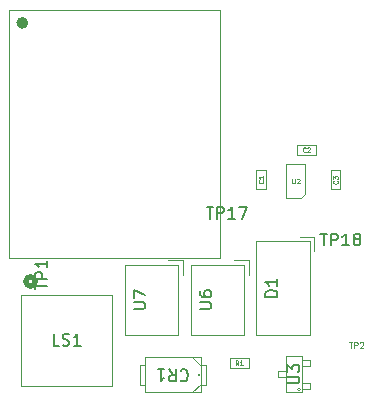
<source format=gbr>
%TF.GenerationSoftware,KiCad,Pcbnew,8.0.6*%
%TF.CreationDate,2024-11-21T01:25:50-08:00*%
%TF.ProjectId,LED20,4c454432-302e-46b6-9963-61645f706362,2*%
%TF.SameCoordinates,Original*%
%TF.FileFunction,AssemblyDrawing,Top*%
%FSLAX46Y46*%
G04 Gerber Fmt 4.6, Leading zero omitted, Abs format (unit mm)*
G04 Created by KiCad (PCBNEW 8.0.6) date 2024-11-21 01:25:50*
%MOMM*%
%LPD*%
G01*
G04 APERTURE LIST*
%ADD10C,0.125000*%
%ADD11C,0.060000*%
%ADD12C,0.150000*%
%ADD13C,0.100000*%
%ADD14C,0.025400*%
%ADD15C,0.504000*%
%ADD16C,0.508000*%
G04 APERTURE END LIST*
D10*
X161770504Y-93183362D02*
X162056218Y-93183362D01*
X161913361Y-93683362D02*
X161913361Y-93183362D01*
X162222884Y-93683362D02*
X162222884Y-93183362D01*
X162222884Y-93183362D02*
X162413360Y-93183362D01*
X162413360Y-93183362D02*
X162460979Y-93207172D01*
X162460979Y-93207172D02*
X162484789Y-93230981D01*
X162484789Y-93230981D02*
X162508598Y-93278600D01*
X162508598Y-93278600D02*
X162508598Y-93350029D01*
X162508598Y-93350029D02*
X162484789Y-93397648D01*
X162484789Y-93397648D02*
X162460979Y-93421457D01*
X162460979Y-93421457D02*
X162413360Y-93445267D01*
X162413360Y-93445267D02*
X162222884Y-93445267D01*
X162699075Y-93230981D02*
X162722884Y-93207172D01*
X162722884Y-93207172D02*
X162770503Y-93183362D01*
X162770503Y-93183362D02*
X162889551Y-93183362D01*
X162889551Y-93183362D02*
X162937170Y-93207172D01*
X162937170Y-93207172D02*
X162960979Y-93230981D01*
X162960979Y-93230981D02*
X162984789Y-93278600D01*
X162984789Y-93278600D02*
X162984789Y-93326219D01*
X162984789Y-93326219D02*
X162960979Y-93397648D01*
X162960979Y-93397648D02*
X162675265Y-93683362D01*
X162675265Y-93683362D02*
X162984789Y-93683362D01*
D11*
X156963999Y-79346087D02*
X156963999Y-79669897D01*
X156963999Y-79669897D02*
X156983046Y-79707992D01*
X156983046Y-79707992D02*
X157002094Y-79727040D01*
X157002094Y-79727040D02*
X157040189Y-79746087D01*
X157040189Y-79746087D02*
X157116380Y-79746087D01*
X157116380Y-79746087D02*
X157154475Y-79727040D01*
X157154475Y-79727040D02*
X157173522Y-79707992D01*
X157173522Y-79707992D02*
X157192570Y-79669897D01*
X157192570Y-79669897D02*
X157192570Y-79346087D01*
X157363999Y-79384182D02*
X157383047Y-79365135D01*
X157383047Y-79365135D02*
X157421142Y-79346087D01*
X157421142Y-79346087D02*
X157516380Y-79346087D01*
X157516380Y-79346087D02*
X157554475Y-79365135D01*
X157554475Y-79365135D02*
X157573523Y-79384182D01*
X157573523Y-79384182D02*
X157592570Y-79422278D01*
X157592570Y-79422278D02*
X157592570Y-79460373D01*
X157592570Y-79460373D02*
X157573523Y-79517516D01*
X157573523Y-79517516D02*
X157344951Y-79746087D01*
X157344951Y-79746087D02*
X157592570Y-79746087D01*
D12*
X149110740Y-90370235D02*
X149920263Y-90370235D01*
X149920263Y-90370235D02*
X150015501Y-90322616D01*
X150015501Y-90322616D02*
X150063121Y-90274997D01*
X150063121Y-90274997D02*
X150110740Y-90179759D01*
X150110740Y-90179759D02*
X150110740Y-89989283D01*
X150110740Y-89989283D02*
X150063121Y-89894045D01*
X150063121Y-89894045D02*
X150015501Y-89846426D01*
X150015501Y-89846426D02*
X149920263Y-89798807D01*
X149920263Y-89798807D02*
X149110740Y-89798807D01*
X149110740Y-88894045D02*
X149110740Y-89084521D01*
X149110740Y-89084521D02*
X149158359Y-89179759D01*
X149158359Y-89179759D02*
X149205978Y-89227378D01*
X149205978Y-89227378D02*
X149348835Y-89322616D01*
X149348835Y-89322616D02*
X149539311Y-89370235D01*
X149539311Y-89370235D02*
X149920263Y-89370235D01*
X149920263Y-89370235D02*
X150015501Y-89322616D01*
X150015501Y-89322616D02*
X150063121Y-89274997D01*
X150063121Y-89274997D02*
X150110740Y-89179759D01*
X150110740Y-89179759D02*
X150110740Y-88989283D01*
X150110740Y-88989283D02*
X150063121Y-88894045D01*
X150063121Y-88894045D02*
X150015501Y-88846426D01*
X150015501Y-88846426D02*
X149920263Y-88798807D01*
X149920263Y-88798807D02*
X149682168Y-88798807D01*
X149682168Y-88798807D02*
X149586930Y-88846426D01*
X149586930Y-88846426D02*
X149539311Y-88894045D01*
X149539311Y-88894045D02*
X149491692Y-88989283D01*
X149491692Y-88989283D02*
X149491692Y-89179759D01*
X149491692Y-89179759D02*
X149539311Y-89274997D01*
X149539311Y-89274997D02*
X149586930Y-89322616D01*
X149586930Y-89322616D02*
X149682168Y-89370235D01*
X155688666Y-89349540D02*
X154688666Y-89349540D01*
X154688666Y-89349540D02*
X154688666Y-89111445D01*
X154688666Y-89111445D02*
X154736285Y-88968588D01*
X154736285Y-88968588D02*
X154831523Y-88873350D01*
X154831523Y-88873350D02*
X154926761Y-88825731D01*
X154926761Y-88825731D02*
X155117237Y-88778112D01*
X155117237Y-88778112D02*
X155260094Y-88778112D01*
X155260094Y-88778112D02*
X155450570Y-88825731D01*
X155450570Y-88825731D02*
X155545808Y-88873350D01*
X155545808Y-88873350D02*
X155641047Y-88968588D01*
X155641047Y-88968588D02*
X155688666Y-89111445D01*
X155688666Y-89111445D02*
X155688666Y-89349540D01*
X155688666Y-87825731D02*
X155688666Y-88397159D01*
X155688666Y-88111445D02*
X154688666Y-88111445D01*
X154688666Y-88111445D02*
X154831523Y-88206683D01*
X154831523Y-88206683D02*
X154926761Y-88301921D01*
X154926761Y-88301921D02*
X154974380Y-88397159D01*
D11*
X160781332Y-79516666D02*
X160800380Y-79535714D01*
X160800380Y-79535714D02*
X160819427Y-79592856D01*
X160819427Y-79592856D02*
X160819427Y-79630952D01*
X160819427Y-79630952D02*
X160800380Y-79688095D01*
X160800380Y-79688095D02*
X160762284Y-79726190D01*
X160762284Y-79726190D02*
X160724189Y-79745237D01*
X160724189Y-79745237D02*
X160647999Y-79764285D01*
X160647999Y-79764285D02*
X160590856Y-79764285D01*
X160590856Y-79764285D02*
X160514665Y-79745237D01*
X160514665Y-79745237D02*
X160476570Y-79726190D01*
X160476570Y-79726190D02*
X160438475Y-79688095D01*
X160438475Y-79688095D02*
X160419427Y-79630952D01*
X160419427Y-79630952D02*
X160419427Y-79592856D01*
X160419427Y-79592856D02*
X160438475Y-79535714D01*
X160438475Y-79535714D02*
X160457522Y-79516666D01*
X160419427Y-79383333D02*
X160419427Y-79135714D01*
X160419427Y-79135714D02*
X160571808Y-79269047D01*
X160571808Y-79269047D02*
X160571808Y-79211904D01*
X160571808Y-79211904D02*
X160590856Y-79173809D01*
X160590856Y-79173809D02*
X160609903Y-79154761D01*
X160609903Y-79154761D02*
X160647999Y-79135714D01*
X160647999Y-79135714D02*
X160743237Y-79135714D01*
X160743237Y-79135714D02*
X160781332Y-79154761D01*
X160781332Y-79154761D02*
X160800380Y-79173809D01*
X160800380Y-79173809D02*
X160819427Y-79211904D01*
X160819427Y-79211904D02*
X160819427Y-79326190D01*
X160819427Y-79326190D02*
X160800380Y-79364285D01*
X160800380Y-79364285D02*
X160781332Y-79383333D01*
D12*
X147513966Y-95590419D02*
X147561585Y-95542800D01*
X147561585Y-95542800D02*
X147704442Y-95495180D01*
X147704442Y-95495180D02*
X147799680Y-95495180D01*
X147799680Y-95495180D02*
X147942537Y-95542800D01*
X147942537Y-95542800D02*
X148037775Y-95638038D01*
X148037775Y-95638038D02*
X148085394Y-95733276D01*
X148085394Y-95733276D02*
X148133013Y-95923752D01*
X148133013Y-95923752D02*
X148133013Y-96066609D01*
X148133013Y-96066609D02*
X148085394Y-96257085D01*
X148085394Y-96257085D02*
X148037775Y-96352323D01*
X148037775Y-96352323D02*
X147942537Y-96447561D01*
X147942537Y-96447561D02*
X147799680Y-96495180D01*
X147799680Y-96495180D02*
X147704442Y-96495180D01*
X147704442Y-96495180D02*
X147561585Y-96447561D01*
X147561585Y-96447561D02*
X147513966Y-96399942D01*
X146513966Y-95495180D02*
X146847299Y-95971371D01*
X147085394Y-95495180D02*
X147085394Y-96495180D01*
X147085394Y-96495180D02*
X146704442Y-96495180D01*
X146704442Y-96495180D02*
X146609204Y-96447561D01*
X146609204Y-96447561D02*
X146561585Y-96399942D01*
X146561585Y-96399942D02*
X146513966Y-96304704D01*
X146513966Y-96304704D02*
X146513966Y-96161847D01*
X146513966Y-96161847D02*
X146561585Y-96066609D01*
X146561585Y-96066609D02*
X146609204Y-96018990D01*
X146609204Y-96018990D02*
X146704442Y-95971371D01*
X146704442Y-95971371D02*
X147085394Y-95971371D01*
X145561585Y-95495180D02*
X146133013Y-95495180D01*
X145847299Y-95495180D02*
X145847299Y-96495180D01*
X145847299Y-96495180D02*
X145942537Y-96352323D01*
X145942537Y-96352323D02*
X146037775Y-96257085D01*
X146037775Y-96257085D02*
X146133013Y-96209466D01*
D11*
X154476869Y-79480931D02*
X154495917Y-79499979D01*
X154495917Y-79499979D02*
X154514964Y-79557121D01*
X154514964Y-79557121D02*
X154514964Y-79595217D01*
X154514964Y-79595217D02*
X154495917Y-79652360D01*
X154495917Y-79652360D02*
X154457821Y-79690455D01*
X154457821Y-79690455D02*
X154419726Y-79709502D01*
X154419726Y-79709502D02*
X154343536Y-79728550D01*
X154343536Y-79728550D02*
X154286393Y-79728550D01*
X154286393Y-79728550D02*
X154210202Y-79709502D01*
X154210202Y-79709502D02*
X154172107Y-79690455D01*
X154172107Y-79690455D02*
X154134012Y-79652360D01*
X154134012Y-79652360D02*
X154114964Y-79595217D01*
X154114964Y-79595217D02*
X154114964Y-79557121D01*
X154114964Y-79557121D02*
X154134012Y-79499979D01*
X154134012Y-79499979D02*
X154153059Y-79480931D01*
X154514964Y-79099979D02*
X154514964Y-79328550D01*
X154514964Y-79214264D02*
X154114964Y-79214264D01*
X154114964Y-79214264D02*
X154172107Y-79252360D01*
X154172107Y-79252360D02*
X154210202Y-79290455D01*
X154210202Y-79290455D02*
X154229250Y-79328550D01*
D12*
X135223765Y-88708683D02*
X135223765Y-88137255D01*
X136223765Y-88422969D02*
X135223765Y-88422969D01*
X136223765Y-87803921D02*
X135223765Y-87803921D01*
X135223765Y-87803921D02*
X135223765Y-87422969D01*
X135223765Y-87422969D02*
X135271384Y-87327731D01*
X135271384Y-87327731D02*
X135319003Y-87280112D01*
X135319003Y-87280112D02*
X135414241Y-87232493D01*
X135414241Y-87232493D02*
X135557098Y-87232493D01*
X135557098Y-87232493D02*
X135652336Y-87280112D01*
X135652336Y-87280112D02*
X135699955Y-87327731D01*
X135699955Y-87327731D02*
X135747574Y-87422969D01*
X135747574Y-87422969D02*
X135747574Y-87803921D01*
X136223765Y-86280112D02*
X136223765Y-86851540D01*
X136223765Y-86565826D02*
X135223765Y-86565826D01*
X135223765Y-86565826D02*
X135366622Y-86661064D01*
X135366622Y-86661064D02*
X135461860Y-86756302D01*
X135461860Y-86756302D02*
X135509479Y-86851540D01*
D11*
X158087115Y-77053884D02*
X158068067Y-77072932D01*
X158068067Y-77072932D02*
X158010925Y-77091979D01*
X158010925Y-77091979D02*
X157972829Y-77091979D01*
X157972829Y-77091979D02*
X157915686Y-77072932D01*
X157915686Y-77072932D02*
X157877591Y-77034836D01*
X157877591Y-77034836D02*
X157858544Y-76996741D01*
X157858544Y-76996741D02*
X157839496Y-76920551D01*
X157839496Y-76920551D02*
X157839496Y-76863408D01*
X157839496Y-76863408D02*
X157858544Y-76787217D01*
X157858544Y-76787217D02*
X157877591Y-76749122D01*
X157877591Y-76749122D02*
X157915686Y-76711027D01*
X157915686Y-76711027D02*
X157972829Y-76691979D01*
X157972829Y-76691979D02*
X158010925Y-76691979D01*
X158010925Y-76691979D02*
X158068067Y-76711027D01*
X158068067Y-76711027D02*
X158087115Y-76730074D01*
X158239496Y-76730074D02*
X158258544Y-76711027D01*
X158258544Y-76711027D02*
X158296639Y-76691979D01*
X158296639Y-76691979D02*
X158391877Y-76691979D01*
X158391877Y-76691979D02*
X158429972Y-76711027D01*
X158429972Y-76711027D02*
X158449020Y-76730074D01*
X158449020Y-76730074D02*
X158468067Y-76768170D01*
X158468067Y-76768170D02*
X158468067Y-76806265D01*
X158468067Y-76806265D02*
X158449020Y-76863408D01*
X158449020Y-76863408D02*
X158220448Y-77091979D01*
X158220448Y-77091979D02*
X158468067Y-77091979D01*
D12*
X149704406Y-81724415D02*
X150275834Y-81724415D01*
X149990120Y-82724415D02*
X149990120Y-81724415D01*
X150609168Y-82724415D02*
X150609168Y-81724415D01*
X150609168Y-81724415D02*
X150990120Y-81724415D01*
X150990120Y-81724415D02*
X151085358Y-81772034D01*
X151085358Y-81772034D02*
X151132977Y-81819653D01*
X151132977Y-81819653D02*
X151180596Y-81914891D01*
X151180596Y-81914891D02*
X151180596Y-82057748D01*
X151180596Y-82057748D02*
X151132977Y-82152986D01*
X151132977Y-82152986D02*
X151085358Y-82200605D01*
X151085358Y-82200605D02*
X150990120Y-82248224D01*
X150990120Y-82248224D02*
X150609168Y-82248224D01*
X152132977Y-82724415D02*
X151561549Y-82724415D01*
X151847263Y-82724415D02*
X151847263Y-81724415D01*
X151847263Y-81724415D02*
X151752025Y-81867272D01*
X151752025Y-81867272D02*
X151656787Y-81962510D01*
X151656787Y-81962510D02*
X151561549Y-82010129D01*
X152466311Y-81724415D02*
X153132977Y-81724415D01*
X153132977Y-81724415D02*
X152704406Y-82724415D01*
X159347497Y-83992405D02*
X159918925Y-83992405D01*
X159633211Y-84992405D02*
X159633211Y-83992405D01*
X160252259Y-84992405D02*
X160252259Y-83992405D01*
X160252259Y-83992405D02*
X160633211Y-83992405D01*
X160633211Y-83992405D02*
X160728449Y-84040024D01*
X160728449Y-84040024D02*
X160776068Y-84087643D01*
X160776068Y-84087643D02*
X160823687Y-84182881D01*
X160823687Y-84182881D02*
X160823687Y-84325738D01*
X160823687Y-84325738D02*
X160776068Y-84420976D01*
X160776068Y-84420976D02*
X160728449Y-84468595D01*
X160728449Y-84468595D02*
X160633211Y-84516214D01*
X160633211Y-84516214D02*
X160252259Y-84516214D01*
X161776068Y-84992405D02*
X161204640Y-84992405D01*
X161490354Y-84992405D02*
X161490354Y-83992405D01*
X161490354Y-83992405D02*
X161395116Y-84135262D01*
X161395116Y-84135262D02*
X161299878Y-84230500D01*
X161299878Y-84230500D02*
X161204640Y-84278119D01*
X162347497Y-84420976D02*
X162252259Y-84373357D01*
X162252259Y-84373357D02*
X162204640Y-84325738D01*
X162204640Y-84325738D02*
X162157021Y-84230500D01*
X162157021Y-84230500D02*
X162157021Y-84182881D01*
X162157021Y-84182881D02*
X162204640Y-84087643D01*
X162204640Y-84087643D02*
X162252259Y-84040024D01*
X162252259Y-84040024D02*
X162347497Y-83992405D01*
X162347497Y-83992405D02*
X162537973Y-83992405D01*
X162537973Y-83992405D02*
X162633211Y-84040024D01*
X162633211Y-84040024D02*
X162680830Y-84087643D01*
X162680830Y-84087643D02*
X162728449Y-84182881D01*
X162728449Y-84182881D02*
X162728449Y-84230500D01*
X162728449Y-84230500D02*
X162680830Y-84325738D01*
X162680830Y-84325738D02*
X162633211Y-84373357D01*
X162633211Y-84373357D02*
X162537973Y-84420976D01*
X162537973Y-84420976D02*
X162347497Y-84420976D01*
X162347497Y-84420976D02*
X162252259Y-84468595D01*
X162252259Y-84468595D02*
X162204640Y-84516214D01*
X162204640Y-84516214D02*
X162157021Y-84611452D01*
X162157021Y-84611452D02*
X162157021Y-84801928D01*
X162157021Y-84801928D02*
X162204640Y-84897166D01*
X162204640Y-84897166D02*
X162252259Y-84944786D01*
X162252259Y-84944786D02*
X162347497Y-84992405D01*
X162347497Y-84992405D02*
X162537973Y-84992405D01*
X162537973Y-84992405D02*
X162633211Y-84944786D01*
X162633211Y-84944786D02*
X162680830Y-84897166D01*
X162680830Y-84897166D02*
X162728449Y-84801928D01*
X162728449Y-84801928D02*
X162728449Y-84611452D01*
X162728449Y-84611452D02*
X162680830Y-84516214D01*
X162680830Y-84516214D02*
X162633211Y-84468595D01*
X162633211Y-84468595D02*
X162537973Y-84420976D01*
X137231197Y-93473648D02*
X136755007Y-93473648D01*
X136755007Y-93473648D02*
X136755007Y-92473648D01*
X137516912Y-93426029D02*
X137659769Y-93473648D01*
X137659769Y-93473648D02*
X137897864Y-93473648D01*
X137897864Y-93473648D02*
X137993102Y-93426029D01*
X137993102Y-93426029D02*
X138040721Y-93378409D01*
X138040721Y-93378409D02*
X138088340Y-93283171D01*
X138088340Y-93283171D02*
X138088340Y-93187933D01*
X138088340Y-93187933D02*
X138040721Y-93092695D01*
X138040721Y-93092695D02*
X137993102Y-93045076D01*
X137993102Y-93045076D02*
X137897864Y-92997457D01*
X137897864Y-92997457D02*
X137707388Y-92949838D01*
X137707388Y-92949838D02*
X137612150Y-92902219D01*
X137612150Y-92902219D02*
X137564531Y-92854600D01*
X137564531Y-92854600D02*
X137516912Y-92759362D01*
X137516912Y-92759362D02*
X137516912Y-92664124D01*
X137516912Y-92664124D02*
X137564531Y-92568886D01*
X137564531Y-92568886D02*
X137612150Y-92521267D01*
X137612150Y-92521267D02*
X137707388Y-92473648D01*
X137707388Y-92473648D02*
X137945483Y-92473648D01*
X137945483Y-92473648D02*
X138088340Y-92521267D01*
X139040721Y-93473648D02*
X138469293Y-93473648D01*
X138755007Y-93473648D02*
X138755007Y-92473648D01*
X138755007Y-92473648D02*
X138659769Y-92616505D01*
X138659769Y-92616505D02*
X138564531Y-92711743D01*
X138564531Y-92711743D02*
X138469293Y-92759362D01*
X143530231Y-90370235D02*
X144339754Y-90370235D01*
X144339754Y-90370235D02*
X144434992Y-90322616D01*
X144434992Y-90322616D02*
X144482612Y-90274997D01*
X144482612Y-90274997D02*
X144530231Y-90179759D01*
X144530231Y-90179759D02*
X144530231Y-89989283D01*
X144530231Y-89989283D02*
X144482612Y-89894045D01*
X144482612Y-89894045D02*
X144434992Y-89846426D01*
X144434992Y-89846426D02*
X144339754Y-89798807D01*
X144339754Y-89798807D02*
X143530231Y-89798807D01*
X143530231Y-89417854D02*
X143530231Y-88751188D01*
X143530231Y-88751188D02*
X144530231Y-89179759D01*
D11*
X152395833Y-95131927D02*
X152262500Y-94941451D01*
X152167262Y-95131927D02*
X152167262Y-94731927D01*
X152167262Y-94731927D02*
X152319643Y-94731927D01*
X152319643Y-94731927D02*
X152357738Y-94750975D01*
X152357738Y-94750975D02*
X152376785Y-94770022D01*
X152376785Y-94770022D02*
X152395833Y-94808118D01*
X152395833Y-94808118D02*
X152395833Y-94865260D01*
X152395833Y-94865260D02*
X152376785Y-94903356D01*
X152376785Y-94903356D02*
X152357738Y-94922403D01*
X152357738Y-94922403D02*
X152319643Y-94941451D01*
X152319643Y-94941451D02*
X152167262Y-94941451D01*
X152776785Y-95131927D02*
X152548214Y-95131927D01*
X152662500Y-95131927D02*
X152662500Y-94731927D01*
X152662500Y-94731927D02*
X152624404Y-94789070D01*
X152624404Y-94789070D02*
X152586309Y-94827165D01*
X152586309Y-94827165D02*
X152548214Y-94846213D01*
D12*
X156557519Y-96664404D02*
X157367042Y-96664404D01*
X157367042Y-96664404D02*
X157462280Y-96616785D01*
X157462280Y-96616785D02*
X157509900Y-96569166D01*
X157509900Y-96569166D02*
X157557519Y-96473928D01*
X157557519Y-96473928D02*
X157557519Y-96283452D01*
X157557519Y-96283452D02*
X157509900Y-96188214D01*
X157509900Y-96188214D02*
X157462280Y-96140595D01*
X157462280Y-96140595D02*
X157367042Y-96092976D01*
X157367042Y-96092976D02*
X156557519Y-96092976D01*
X156557519Y-95712023D02*
X156557519Y-95092976D01*
X156557519Y-95092976D02*
X156938471Y-95426309D01*
X156938471Y-95426309D02*
X156938471Y-95283452D01*
X156938471Y-95283452D02*
X156986090Y-95188214D01*
X156986090Y-95188214D02*
X157033709Y-95140595D01*
X157033709Y-95140595D02*
X157128947Y-95092976D01*
X157128947Y-95092976D02*
X157367042Y-95092976D01*
X157367042Y-95092976D02*
X157462280Y-95140595D01*
X157462280Y-95140595D02*
X157509900Y-95188214D01*
X157509900Y-95188214D02*
X157557519Y-95283452D01*
X157557519Y-95283452D02*
X157557519Y-95569166D01*
X157557519Y-95569166D02*
X157509900Y-95664404D01*
X157509900Y-95664404D02*
X157462280Y-95712023D01*
D13*
%TO.C,U2*%
X156468761Y-78114160D02*
X158068761Y-78114160D01*
X156468761Y-81014160D02*
X156468761Y-78114160D01*
X157668761Y-81014160D02*
X156468761Y-81014160D01*
X158068761Y-78114160D02*
X158068761Y-80614160D01*
X158068761Y-80614160D02*
X157668761Y-81014160D01*
%TO.C,U6*%
X148355921Y-86658331D02*
X148355921Y-92558331D01*
X148355921Y-92558331D02*
X152855921Y-92558331D01*
X152855921Y-86658331D02*
X148355921Y-86658331D01*
X152855921Y-92558331D02*
X152855921Y-86658331D01*
X153265921Y-86248331D02*
X152015921Y-86248331D01*
X153265921Y-87498331D02*
X153265921Y-86248331D01*
%TO.C,D1*%
X153933847Y-84661446D02*
X153933847Y-92561446D01*
X153933847Y-92561446D02*
X158433847Y-92561446D01*
X158433847Y-84661446D02*
X153933847Y-84661446D01*
X158433847Y-92561446D02*
X158433847Y-84661446D01*
X158843847Y-84251446D02*
X157593847Y-84251446D01*
X158843847Y-85501446D02*
X158843847Y-84251446D01*
%TO.C,C3*%
X160237500Y-78650000D02*
X161037500Y-78650000D01*
X160237500Y-80250000D02*
X160237500Y-78650000D01*
X161037500Y-78650000D02*
X161037500Y-80250000D01*
X161037500Y-80250000D02*
X160237500Y-80250000D01*
D14*
%TO.C,CR1*%
X144053300Y-95124500D02*
X144053300Y-96775500D01*
X144053300Y-96775500D02*
X144472400Y-96775500D01*
X144472400Y-94476800D02*
X144472400Y-97423200D01*
X144472400Y-95124500D02*
X144053300Y-95124500D01*
X144472400Y-96775500D02*
X144472400Y-95124500D01*
X144472400Y-97423200D02*
X149222200Y-97423200D01*
X149222200Y-94476800D02*
X144472400Y-94476800D01*
X149222200Y-95124500D02*
X149222200Y-96775500D01*
X149222200Y-95213400D02*
X148485600Y-94476800D01*
X149222200Y-96686600D02*
X148485600Y-97423200D01*
X149222200Y-96775500D02*
X149641300Y-96775500D01*
X149222200Y-97423200D02*
X149222200Y-94476800D01*
X149641300Y-95124500D02*
X149222200Y-95124500D01*
X149641300Y-96775500D02*
X149641300Y-95124500D01*
X149133300Y-95950000D02*
G75*
G02*
X148980900Y-95950000I-76200J0D01*
G01*
X148980900Y-95950000D02*
G75*
G02*
X149133300Y-95950000I76200J0D01*
G01*
%TO.C,U4*%
D13*
X133020900Y-65051500D02*
X150820900Y-65051500D01*
X150820900Y-86051500D01*
X133020900Y-86051500D01*
X133020900Y-65051500D01*
D15*
X134356900Y-66151500D02*
G75*
G02*
X133852900Y-66151500I-252000J0D01*
G01*
X133852900Y-66151500D02*
G75*
G02*
X134356900Y-66151500I252000J0D01*
G01*
D13*
%TO.C,C1*%
X153933037Y-78614265D02*
X154733037Y-78614265D01*
X153933037Y-80214265D02*
X153933037Y-78614265D01*
X154733037Y-78614265D02*
X154733037Y-80214265D01*
X154733037Y-80214265D02*
X153933037Y-80214265D01*
%TO.C,C2*%
X157353782Y-76510052D02*
X158953782Y-76510052D01*
X157353782Y-77310052D02*
X157353782Y-76510052D01*
X158953782Y-76510052D02*
X158953782Y-77310052D01*
X158953782Y-77310052D02*
X157353782Y-77310052D01*
D14*
%TO.C,LS1*%
X134025955Y-89170729D02*
X134025955Y-96866929D01*
X134025955Y-96866929D02*
X141722155Y-96866929D01*
X141722155Y-89170729D02*
X134025955Y-89170729D01*
X141722155Y-96866929D02*
X141722155Y-89170729D01*
D16*
X135180055Y-88038829D02*
G75*
G02*
X134418055Y-88038829I-381000J0D01*
G01*
X134418055Y-88038829D02*
G75*
G02*
X135180055Y-88038829I381000J0D01*
G01*
D13*
%TO.C,U7*%
X142775412Y-86658331D02*
X142775412Y-92558331D01*
X142775412Y-92558331D02*
X147275412Y-92558331D01*
X147275412Y-86658331D02*
X142775412Y-86658331D01*
X147275412Y-92558331D02*
X147275412Y-86658331D01*
X147685412Y-86248331D02*
X146435412Y-86248331D01*
X147685412Y-87498331D02*
X147685412Y-86248331D01*
%TO.C,R1*%
X151662500Y-94537500D02*
X153262500Y-94537500D01*
X151662500Y-95362500D02*
X151662500Y-94537500D01*
X153262500Y-94537500D02*
X153262500Y-95362500D01*
X153262500Y-95362500D02*
X151662500Y-95362500D01*
D14*
%TO.C,U3*%
X157674200Y-97172500D02*
G75*
G02*
X157420200Y-97172500I-127000J0D01*
G01*
X157420200Y-97172500D02*
G75*
G02*
X157674200Y-97172500I127000J0D01*
G01*
X158423500Y-97109000D02*
X158423500Y-96601000D01*
X158423500Y-96601000D02*
X157801200Y-96601000D01*
X158423500Y-95204000D02*
X158423500Y-94696000D01*
X158423500Y-94696000D02*
X157801200Y-94696000D01*
X157801200Y-97426500D02*
X157801200Y-94378500D01*
X157801200Y-97109000D02*
X158423500Y-97109000D01*
X157801200Y-96601000D02*
X157801200Y-97109000D01*
X157801200Y-95204000D02*
X158423500Y-95204000D01*
X157801200Y-94696000D02*
X157801200Y-95204000D01*
X157801200Y-94378500D02*
X156404200Y-94378500D01*
X156404200Y-97426500D02*
X157801200Y-97426500D01*
X156404200Y-96156500D02*
X156404200Y-95648500D01*
X156404200Y-95648500D02*
X155781900Y-95648500D01*
X156404200Y-94378500D02*
X156404200Y-97426500D01*
X155781900Y-96156500D02*
X156404200Y-96156500D01*
X155781900Y-95648500D02*
X155781900Y-96156500D01*
%TD*%
M02*

</source>
